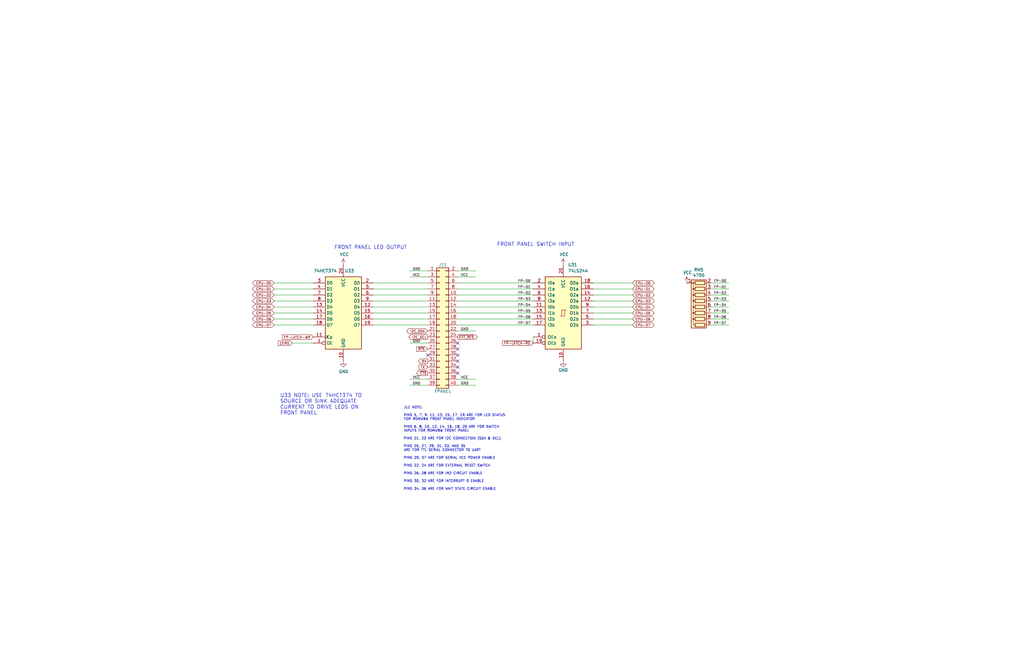
<source format=kicad_sch>
(kicad_sch (version 20211123) (generator eeschema)

  (uuid 2340b016-b90d-432d-884f-0e4647fe9b47)

  (paper "B")

  (title_block
    (title "DuoDyne 65816 CPU board")
    (date "2023-09-24")
    (rev "V0.76")
  )

  (lib_symbols
    (symbol "74xx:74HCT374" (in_bom yes) (on_board yes)
      (property "Reference" "U" (id 0) (at -7.62 16.51 0)
        (effects (font (size 1.27 1.27)))
      )
      (property "Value" "74HCT374" (id 1) (at -7.62 -16.51 0)
        (effects (font (size 1.27 1.27)))
      )
      (property "Footprint" "" (id 2) (at 0 0 0)
        (effects (font (size 1.27 1.27)) hide)
      )
      (property "Datasheet" "https://www.ti.com/lit/ds/symlink/cd74hct374.pdf" (id 3) (at 0 0 0)
        (effects (font (size 1.27 1.27)) hide)
      )
      (property "ki_keywords" "HCTMOS DFF DFF8 REG 3State" (id 4) (at 0 0 0)
        (effects (font (size 1.27 1.27)) hide)
      )
      (property "ki_description" "8-bit Register, 3-state outputs" (id 5) (at 0 0 0)
        (effects (font (size 1.27 1.27)) hide)
      )
      (property "ki_fp_filters" "DIP?20* SOIC?20* SO?20*" (id 6) (at 0 0 0)
        (effects (font (size 1.27 1.27)) hide)
      )
      (symbol "74HCT374_1_0"
        (pin input inverted (at -12.7 -12.7 0) (length 5.08)
          (name "OE" (effects (font (size 1.27 1.27))))
          (number "1" (effects (font (size 1.27 1.27))))
        )
        (pin power_in line (at 0 -20.32 90) (length 5.08)
          (name "GND" (effects (font (size 1.27 1.27))))
          (number "10" (effects (font (size 1.27 1.27))))
        )
        (pin input clock (at -12.7 -10.16 0) (length 5.08)
          (name "Cp" (effects (font (size 1.27 1.27))))
          (number "11" (effects (font (size 1.27 1.27))))
        )
        (pin tri_state line (at 12.7 2.54 180) (length 5.08)
          (name "O4" (effects (font (size 1.27 1.27))))
          (number "12" (effects (font (size 1.27 1.27))))
        )
        (pin input line (at -12.7 2.54 0) (length 5.08)
          (name "D4" (effects (font (size 1.27 1.27))))
          (number "13" (effects (font (size 1.27 1.27))))
        )
        (pin input line (at -12.7 0 0) (length 5.08)
          (name "D5" (effects (font (size 1.27 1.27))))
          (number "14" (effects (font (size 1.27 1.27))))
        )
        (pin tri_state line (at 12.7 0 180) (length 5.08)
          (name "O5" (effects (font (size 1.27 1.27))))
          (number "15" (effects (font (size 1.27 1.27))))
        )
        (pin tri_state line (at 12.7 -2.54 180) (length 5.08)
          (name "O6" (effects (font (size 1.27 1.27))))
          (number "16" (effects (font (size 1.27 1.27))))
        )
        (pin input line (at -12.7 -2.54 0) (length 5.08)
          (name "D6" (effects (font (size 1.27 1.27))))
          (number "17" (effects (font (size 1.27 1.27))))
        )
        (pin input line (at -12.7 -5.08 0) (length 5.08)
          (name "D7" (effects (font (size 1.27 1.27))))
          (number "18" (effects (font (size 1.27 1.27))))
        )
        (pin tri_state line (at 12.7 -5.08 180) (length 5.08)
          (name "O7" (effects (font (size 1.27 1.27))))
          (number "19" (effects (font (size 1.27 1.27))))
        )
        (pin tri_state line (at 12.7 12.7 180) (length 5.08)
          (name "O0" (effects (font (size 1.27 1.27))))
          (number "2" (effects (font (size 1.27 1.27))))
        )
        (pin power_in line (at 0 20.32 270) (length 5.08)
          (name "VCC" (effects (font (size 1.27 1.27))))
          (number "20" (effects (font (size 1.27 1.27))))
        )
        (pin input line (at -12.7 12.7 0) (length 5.08)
          (name "D0" (effects (font (size 1.27 1.27))))
          (number "3" (effects (font (size 1.27 1.27))))
        )
        (pin input line (at -12.7 10.16 0) (length 5.08)
          (name "D1" (effects (font (size 1.27 1.27))))
          (number "4" (effects (font (size 1.27 1.27))))
        )
        (pin tri_state line (at 12.7 10.16 180) (length 5.08)
          (name "O1" (effects (font (size 1.27 1.27))))
          (number "5" (effects (font (size 1.27 1.27))))
        )
        (pin tri_state line (at 12.7 7.62 180) (length 5.08)
          (name "O2" (effects (font (size 1.27 1.27))))
          (number "6" (effects (font (size 1.27 1.27))))
        )
        (pin input line (at -12.7 7.62 0) (length 5.08)
          (name "D2" (effects (font (size 1.27 1.27))))
          (number "7" (effects (font (size 1.27 1.27))))
        )
        (pin input line (at -12.7 5.08 0) (length 5.08)
          (name "D3" (effects (font (size 1.27 1.27))))
          (number "8" (effects (font (size 1.27 1.27))))
        )
        (pin tri_state line (at 12.7 5.08 180) (length 5.08)
          (name "O3" (effects (font (size 1.27 1.27))))
          (number "9" (effects (font (size 1.27 1.27))))
        )
      )
      (symbol "74HCT374_1_1"
        (rectangle (start -7.62 15.24) (end 7.62 -15.24)
          (stroke (width 0.254) (type default) (color 0 0 0 0))
          (fill (type background))
        )
      )
    )
    (symbol "74xx:74LS244" (pin_names (offset 1.016)) (in_bom yes) (on_board yes)
      (property "Reference" "U" (id 0) (at -7.62 16.51 0)
        (effects (font (size 1.27 1.27)))
      )
      (property "Value" "74LS244" (id 1) (at -7.62 -16.51 0)
        (effects (font (size 1.27 1.27)))
      )
      (property "Footprint" "" (id 2) (at 0 0 0)
        (effects (font (size 1.27 1.27)) hide)
      )
      (property "Datasheet" "http://www.ti.com/lit/ds/symlink/sn74ls244.pdf" (id 3) (at 0 0 0)
        (effects (font (size 1.27 1.27)) hide)
      )
      (property "ki_keywords" "7400 logic ttl low power schottky" (id 4) (at 0 0 0)
        (effects (font (size 1.27 1.27)) hide)
      )
      (property "ki_description" "Octal Buffer and Line Driver With 3-State Output, active-low enables, non-inverting outputs" (id 5) (at 0 0 0)
        (effects (font (size 1.27 1.27)) hide)
      )
      (property "ki_fp_filters" "DIP?20*" (id 6) (at 0 0 0)
        (effects (font (size 1.27 1.27)) hide)
      )
      (symbol "74LS244_1_0"
        (polyline
          (pts
            (xy -0.635 -1.27)
            (xy -0.635 1.27)
            (xy 0.635 1.27)
          )
          (stroke (width 0) (type default) (color 0 0 0 0))
          (fill (type none))
        )
        (polyline
          (pts
            (xy -1.27 -1.27)
            (xy 0.635 -1.27)
            (xy 0.635 1.27)
            (xy 1.27 1.27)
          )
          (stroke (width 0) (type default) (color 0 0 0 0))
          (fill (type none))
        )
        (pin input inverted (at -12.7 -10.16 0) (length 5.08)
          (name "OEa" (effects (font (size 1.27 1.27))))
          (number "1" (effects (font (size 1.27 1.27))))
        )
        (pin power_in line (at 0 -20.32 90) (length 5.08)
          (name "GND" (effects (font (size 1.27 1.27))))
          (number "10" (effects (font (size 1.27 1.27))))
        )
        (pin input line (at -12.7 2.54 0) (length 5.08)
          (name "I0b" (effects (font (size 1.27 1.27))))
          (number "11" (effects (font (size 1.27 1.27))))
        )
        (pin tri_state line (at 12.7 5.08 180) (length 5.08)
          (name "O3a" (effects (font (size 1.27 1.27))))
          (number "12" (effects (font (size 1.27 1.27))))
        )
        (pin input line (at -12.7 0 0) (length 5.08)
          (name "I1b" (effects (font (size 1.27 1.27))))
          (number "13" (effects (font (size 1.27 1.27))))
        )
        (pin tri_state line (at 12.7 7.62 180) (length 5.08)
          (name "O2a" (effects (font (size 1.27 1.27))))
          (number "14" (effects (font (size 1.27 1.27))))
        )
        (pin input line (at -12.7 -2.54 0) (length 5.08)
          (name "I2b" (effects (font (size 1.27 1.27))))
          (number "15" (effects (font (size 1.27 1.27))))
        )
        (pin tri_state line (at 12.7 10.16 180) (length 5.08)
          (name "O1a" (effects (font (size 1.27 1.27))))
          (number "16" (effects (font (size 1.27 1.27))))
        )
        (pin input line (at -12.7 -5.08 0) (length 5.08)
          (name "I3b" (effects (font (size 1.27 1.27))))
          (number "17" (effects (font (size 1.27 1.27))))
        )
        (pin tri_state line (at 12.7 12.7 180) (length 5.08)
          (name "O0a" (effects (font (size 1.27 1.27))))
          (number "18" (effects (font (size 1.27 1.27))))
        )
        (pin input inverted (at -12.7 -12.7 0) (length 5.08)
          (name "OEb" (effects (font (size 1.27 1.27))))
          (number "19" (effects (font (size 1.27 1.27))))
        )
        (pin input line (at -12.7 12.7 0) (length 5.08)
          (name "I0a" (effects (font (size 1.27 1.27))))
          (number "2" (effects (font (size 1.27 1.27))))
        )
        (pin power_in line (at 0 20.32 270) (length 5.08)
          (name "VCC" (effects (font (size 1.27 1.27))))
          (number "20" (effects (font (size 1.27 1.27))))
        )
        (pin tri_state line (at 12.7 -5.08 180) (length 5.08)
          (name "O3b" (effects (font (size 1.27 1.27))))
          (number "3" (effects (font (size 1.27 1.27))))
        )
        (pin input line (at -12.7 10.16 0) (length 5.08)
          (name "I1a" (effects (font (size 1.27 1.27))))
          (number "4" (effects (font (size 1.27 1.27))))
        )
        (pin tri_state line (at 12.7 -2.54 180) (length 5.08)
          (name "O2b" (effects (font (size 1.27 1.27))))
          (number "5" (effects (font (size 1.27 1.27))))
        )
        (pin input line (at -12.7 7.62 0) (length 5.08)
          (name "I2a" (effects (font (size 1.27 1.27))))
          (number "6" (effects (font (size 1.27 1.27))))
        )
        (pin tri_state line (at 12.7 0 180) (length 5.08)
          (name "O1b" (effects (font (size 1.27 1.27))))
          (number "7" (effects (font (size 1.27 1.27))))
        )
        (pin input line (at -12.7 5.08 0) (length 5.08)
          (name "I3a" (effects (font (size 1.27 1.27))))
          (number "8" (effects (font (size 1.27 1.27))))
        )
        (pin tri_state line (at 12.7 2.54 180) (length 5.08)
          (name "O0b" (effects (font (size 1.27 1.27))))
          (number "9" (effects (font (size 1.27 1.27))))
        )
      )
      (symbol "74LS244_1_1"
        (rectangle (start -7.62 15.24) (end 7.62 -15.24)
          (stroke (width 0.254) (type default) (color 0 0 0 0))
          (fill (type background))
        )
      )
    )
    (symbol "Connector_Generic:Conn_02x20_Odd_Even" (pin_names (offset 1.016) hide) (in_bom yes) (on_board yes)
      (property "Reference" "J" (id 0) (at 1.27 25.4 0)
        (effects (font (size 1.27 1.27)))
      )
      (property "Value" "Conn_02x20_Odd_Even" (id 1) (at 1.27 -27.94 0)
        (effects (font (size 1.27 1.27)))
      )
      (property "Footprint" "" (id 2) (at 0 0 0)
        (effects (font (size 1.27 1.27)) hide)
      )
      (property "Datasheet" "~" (id 3) (at 0 0 0)
        (effects (font (size 1.27 1.27)) hide)
      )
      (property "ki_keywords" "connector" (id 4) (at 0 0 0)
        (effects (font (size 1.27 1.27)) hide)
      )
      (property "ki_description" "Generic connector, double row, 02x20, odd/even pin numbering scheme (row 1 odd numbers, row 2 even numbers), script generated (kicad-library-utils/schlib/autogen/connector/)" (id 5) (at 0 0 0)
        (effects (font (size 1.27 1.27)) hide)
      )
      (property "ki_fp_filters" "Connector*:*_2x??_*" (id 6) (at 0 0 0)
        (effects (font (size 1.27 1.27)) hide)
      )
      (symbol "Conn_02x20_Odd_Even_1_1"
        (rectangle (start -1.27 -25.273) (end 0 -25.527)
          (stroke (width 0.1524) (type default) (color 0 0 0 0))
          (fill (type none))
        )
        (rectangle (start -1.27 -22.733) (end 0 -22.987)
          (stroke (width 0.1524) (type default) (color 0 0 0 0))
          (fill (type none))
        )
        (rectangle (start -1.27 -20.193) (end 0 -20.447)
          (stroke (width 0.1524) (type default) (color 0 0 0 0))
          (fill (type none))
        )
        (rectangle (start -1.27 -17.653) (end 0 -17.907)
          (stroke (width 0.1524) (type default) (color 0 0 0 0))
          (fill (type none))
        )
        (rectangle (start -1.27 -15.113) (end 0 -15.367)
          (stroke (width 0.1524) (type default) (color 0 0 0 0))
          (fill (type none))
        )
        (rectangle (start -1.27 -12.573) (end 0 -12.827)
          (stroke (width 0.1524) (type default) (color 0 0 0 0))
          (fill (type none))
        )
        (rectangle (start -1.27 -10.033) (end 0 -10.287)
          (stroke (width 0.1524) (type default) (color 0 0 0 0))
          (fill (type none))
        )
        (rectangle (start -1.27 -7.493) (end 0 -7.747)
          (stroke (width 0.1524) (type default) (color 0 0 0 0))
          (fill (type none))
        )
        (rectangle (start -1.27 -4.953) (end 0 -5.207)
          (stroke (width 0.1524) (type default) (color 0 0 0 0))
          (fill (type none))
        )
        (rectangle (start -1.27 -2.413) (end 0 -2.667)
          (stroke (width 0.1524) (type default) (color 0 0 0 0))
          (fill (type none))
        )
        (rectangle (start -1.27 0.127) (end 0 -0.127)
          (stroke (width 0.1524) (type default) (color 0 0 0 0))
          (fill (type none))
        )
        (rectangle (start -1.27 2.667) (end 0 2.413)
          (stroke (width 0.1524) (type default) (color 0 0 0 0))
          (fill (type none))
        )
        (rectangle (start -1.27 5.207) (end 0 4.953)
          (stroke (width 0.1524) (type default) (color 0 0 0 0))
          (fill (type none))
        )
        (rectangle (start -1.27 7.747) (end 0 7.493)
          (stroke (width 0.1524) (type default) (color 0 0 0 0))
          (fill (type none))
        )
        (rectangle (start -1.27 10.287) (end 0 10.033)
          (stroke (width 0.1524) (type default) (color 0 0 0 0))
          (fill (type none))
        )
        (rectangle (start -1.27 12.827) (end 0 12.573)
          (stroke (width 0.1524) (type default) (color 0 0 0 0))
          (fill (type none))
        )
        (rectangle (start -1.27 15.367) (end 0 15.113)
          (stroke (width 0.1524) (type default) (color 0 0 0 0))
          (fill (type none))
        )
        (rectangle (start -1.27 17.907) (end 0 17.653)
          (stroke (width 0.1524) (type default) (color 0 0 0 0))
          (fill (type none))
        )
        (rectangle (start -1.27 20.447) (end 0 20.193)
          (stroke (width 0.1524) (type default) (color 0 0 0 0))
          (fill (type none))
        )
        (rectangle (start -1.27 22.987) (end 0 22.733)
          (stroke (width 0.1524) (type default) (color 0 0 0 0))
          (fill (type none))
        )
        (rectangle (start -1.27 24.13) (end 3.81 -26.67)
          (stroke (width 0.254) (type default) (color 0 0 0 0))
          (fill (type background))
        )
        (rectangle (start 3.81 -25.273) (end 2.54 -25.527)
          (stroke (width 0.1524) (type default) (color 0 0 0 0))
          (fill (type none))
        )
        (rectangle (start 3.81 -22.733) (end 2.54 -22.987)
          (stroke (width 0.1524) (type default) (color 0 0 0 0))
          (fill (type none))
        )
        (rectangle (start 3.81 -20.193) (end 2.54 -20.447)
          (stroke (width 0.1524) (type default) (color 0 0 0 0))
          (fill (type none))
        )
        (rectangle (start 3.81 -17.653) (end 2.54 -17.907)
          (stroke (width 0.1524) (type default) (color 0 0 0 0))
          (fill (type none))
        )
        (rectangle (start 3.81 -15.113) (end 2.54 -15.367)
          (stroke (width 0.1524) (type default) (color 0 0 0 0))
          (fill (type none))
        )
        (rectangle (start 3.81 -12.573) (end 2.54 -12.827)
          (stroke (width 0.1524) (type default) (color 0 0 0 0))
          (fill (type none))
        )
        (rectangle (start 3.81 -10.033) (end 2.54 -10.287)
          (stroke (width 0.1524) (type default) (color 0 0 0 0))
          (fill (type none))
        )
        (rectangle (start 3.81 -7.493) (end 2.54 -7.747)
          (stroke (width 0.1524) (type default) (color 0 0 0 0))
          (fill (type none))
        )
        (rectangle (start 3.81 -4.953) (end 2.54 -5.207)
          (stroke (width 0.1524) (type default) (color 0 0 0 0))
          (fill (type none))
        )
        (rectangle (start 3.81 -2.413) (end 2.54 -2.667)
          (stroke (width 0.1524) (type default) (color 0 0 0 0))
          (fill (type none))
        )
        (rectangle (start 3.81 0.127) (end 2.54 -0.127)
          (stroke (width 0.1524) (type default) (color 0 0 0 0))
          (fill (type none))
        )
        (rectangle (start 3.81 2.667) (end 2.54 2.413)
          (stroke (width 0.1524) (type default) (color 0 0 0 0))
          (fill (type none))
        )
        (rectangle (start 3.81 5.207) (end 2.54 4.953)
          (stroke (width 0.1524) (type default) (color 0 0 0 0))
          (fill (type none))
        )
        (rectangle (start 3.81 7.747) (end 2.54 7.493)
          (stroke (width 0.1524) (type default) (color 0 0 0 0))
          (fill (type none))
        )
        (rectangle (start 3.81 10.287) (end 2.54 10.033)
          (stroke (width 0.1524) (type default) (color 0 0 0 0))
          (fill (type none))
        )
        (rectangle (start 3.81 12.827) (end 2.54 12.573)
          (stroke (width 0.1524) (type default) (color 0 0 0 0))
          (fill (type none))
        )
        (rectangle (start 3.81 15.367) (end 2.54 15.113)
          (stroke (width 0.1524) (type default) (color 0 0 0 0))
          (fill (type none))
        )
        (rectangle (start 3.81 17.907) (end 2.54 17.653)
          (stroke (width 0.1524) (type default) (color 0 0 0 0))
          (fill (type none))
        )
        (rectangle (start 3.81 20.447) (end 2.54 20.193)
          (stroke (width 0.1524) (type default) (color 0 0 0 0))
          (fill (type none))
        )
        (rectangle (start 3.81 22.987) (end 2.54 22.733)
          (stroke (width 0.1524) (type default) (color 0 0 0 0))
          (fill (type none))
        )
        (pin passive line (at -5.08 22.86 0) (length 3.81)
          (name "Pin_1" (effects (font (size 1.27 1.27))))
          (number "1" (effects (font (size 1.27 1.27))))
        )
        (pin passive line (at 7.62 12.7 180) (length 3.81)
          (name "Pin_10" (effects (font (size 1.27 1.27))))
          (number "10" (effects (font (size 1.27 1.27))))
        )
        (pin passive line (at -5.08 10.16 0) (length 3.81)
          (name "Pin_11" (effects (font (size 1.27 1.27))))
          (number "11" (effects (font (size 1.27 1.27))))
        )
        (pin passive line (at 7.62 10.16 180) (length 3.81)
          (name "Pin_12" (effects (font (size 1.27 1.27))))
          (number "12" (effects (font (size 1.27 1.27))))
        )
        (pin passive line (at -5.08 7.62 0) (length 3.81)
          (name "Pin_13" (effects (font (size 1.27 1.27))))
          (number "13" (effects (font (size 1.27 1.27))))
        )
        (pin passive line (at 7.62 7.62 180) (length 3.81)
          (name "Pin_14" (effects (font (size 1.27 1.27))))
          (number "14" (effects (font (size 1.27 1.27))))
        )
        (pin passive line (at -5.08 5.08 0) (length 3.81)
          (name "Pin_15" (effects (font (size 1.27 1.27))))
          (number "15" (effects (font (size 1.27 1.27))))
        )
        (pin passive line (at 7.62 5.08 180) (length 3.81)
          (name "Pin_16" (effects (font (size 1.27 1.27))))
          (number "16" (effects (font (size 1.27 1.27))))
        )
        (pin passive line (at -5.08 2.54 0) (length 3.81)
          (name "Pin_17" (effects (font (size 1.27 1.27))))
          (number "17" (effects (font (size 1.27 1.27))))
        )
        (pin passive line (at 7.62 2.54 180) (length 3.81)
          (name "Pin_18" (effects (font (size 1.27 1.27))))
          (number "18" (effects (font (size 1.27 1.27))))
        )
        (pin passive line (at -5.08 0 0) (length 3.81)
          (name "Pin_19" (effects (font (size 1.27 1.27))))
          (number "19" (effects (font (size 1.27 1.27))))
        )
        (pin passive line (at 7.62 22.86 180) (length 3.81)
          (name "Pin_2" (effects (font (size 1.27 1.27))))
          (number "2" (effects (font (size 1.27 1.27))))
        )
        (pin passive line (at 7.62 0 180) (length 3.81)
          (name "Pin_20" (effects (font (size 1.27 1.27))))
          (number "20" (effects (font (size 1.27 1.27))))
        )
        (pin passive line (at -5.08 -2.54 0) (length 3.81)
          (name "Pin_21" (effects (font (size 1.27 1.27))))
          (number "21" (effects (font (size 1.27 1.27))))
        )
        (pin passive line (at 7.62 -2.54 180) (length 3.81)
          (name "Pin_22" (effects (font (size 1.27 1.27))))
          (number "22" (effects (font (size 1.27 1.27))))
        )
        (pin passive line (at -5.08 -5.08 0) (length 3.81)
          (name "Pin_23" (effects (font (size 1.27 1.27))))
          (number "23" (effects (font (size 1.27 1.27))))
        )
        (pin passive line (at 7.62 -5.08 180) (length 3.81)
          (name "Pin_24" (effects (font (size 1.27 1.27))))
          (number "24" (effects (font (size 1.27 1.27))))
        )
        (pin passive line (at -5.08 -7.62 0) (length 3.81)
          (name "Pin_25" (effects (font (size 1.27 1.27))))
          (number "25" (effects (font (size 1.27 1.27))))
        )
        (pin passive line (at 7.62 -7.62 180) (length 3.81)
          (name "Pin_26" (effects (font (size 1.27 1.27))))
          (number "26" (effects (font (size 1.27 1.27))))
        )
        (pin passive line (at -5.08 -10.16 0) (length 3.81)
          (name "Pin_27" (effects (font (size 1.27 1.27))))
          (number "27" (effects (font (size 1.27 1.27))))
        )
        (pin passive line (at 7.62 -10.16 180) (length 3.81)
          (name "Pin_28" (effects (font (size 1.27 1.27))))
          (number "28" (effects (font (size 1.27 1.27))))
        )
        (pin passive line (at -5.08 -12.7 0) (length 3.81)
          (name "Pin_29" (effects (font (size 1.27 1.27))))
          (number "29" (effects (font (size 1.27 1.27))))
        )
        (pin passive line (at -5.08 20.32 0) (length 3.81)
          (name "Pin_3" (effects (font (size 1.27 1.27))))
          (number "3" (effects (font (size 1.27 1.27))))
        )
        (pin passive line (at 7.62 -12.7 180) (length 3.81)
          (name "Pin_30" (effects (font (size 1.27 1.27))))
          (number "30" (effects (font (size 1.27 1.27))))
        )
        (pin passive line (at -5.08 -15.24 0) (length 3.81)
          (name "Pin_31" (effects (font (size 1.27 1.27))))
          (number "31" (effects (font (size 1.27 1.27))))
        )
        (pin passive line (at 7.62 -15.24 180) (length 3.81)
          (name "Pin_32" (effects (font (size 1.27 1.27))))
          (number "32" (effects (font (size 1.27 1.27))))
        )
        (pin passive line (at -5.08 -17.78 0) (length 3.81)
          (name "Pin_33" (effects (font (size 1.27 1.27))))
          (number "33" (effects (font (size 1.27 1.27))))
        )
        (pin passive line (at 7.62 -17.78 180) (length 3.81)
          (name "Pin_34" (effects (font (size 1.27 1.27))))
          (number "34" (effects (font (size 1.27 1.27))))
        )
        (pin passive line (at -5.08 -20.32 0) (length 3.81)
          (name "Pin_35" (effects (font (size 1.27 1.27))))
          (number "35" (effects (font (size 1.27 1.27))))
        )
        (pin passive line (at 7.62 -20.32 180) (length 3.81)
          (name "Pin_36" (effects (font (size 1.27 1.27))))
          (number "36" (effects (font (size 1.27 1.27))))
        )
        (pin passive line (at -5.08 -22.86 0) (length 3.81)
          (name "Pin_37" (effects (font (size 1.27 1.27))))
          (number "37" (effects (font (size 1.27 1.27))))
        )
        (pin passive line (at 7.62 -22.86 180) (length 3.81)
          (name "Pin_38" (effects (font (size 1.27 1.27))))
          (number "38" (effects (font (size 1.27 1.27))))
        )
        (pin passive line (at -5.08 -25.4 0) (length 3.81)
          (name "Pin_39" (effects (font (size 1.27 1.27))))
          (number "39" (effects (font (size 1.27 1.27))))
        )
        (pin passive line (at 7.62 20.32 180) (length 3.81)
          (name "Pin_4" (effects (font (size 1.27 1.27))))
          (number "4" (effects (font (size 1.27 1.27))))
        )
        (pin passive line (at 7.62 -25.4 180) (length 3.81)
          (name "Pin_40" (effects (font (size 1.27 1.27))))
          (number "40" (effects (font (size 1.27 1.27))))
        )
        (pin passive line (at -5.08 17.78 0) (length 3.81)
          (name "Pin_5" (effects (font (size 1.27 1.27))))
          (number "5" (effects (font (size 1.27 1.27))))
        )
        (pin passive line (at 7.62 17.78 180) (length 3.81)
          (name "Pin_6" (effects (font (size 1.27 1.27))))
          (number "6" (effects (font (size 1.27 1.27))))
        )
        (pin passive line (at -5.08 15.24 0) (length 3.81)
          (name "Pin_7" (effects (font (size 1.27 1.27))))
          (number "7" (effects (font (size 1.27 1.27))))
        )
        (pin passive line (at 7.62 15.24 180) (length 3.81)
          (name "Pin_8" (effects (font (size 1.27 1.27))))
          (number "8" (effects (font (size 1.27 1.27))))
        )
        (pin passive line (at -5.08 12.7 0) (length 3.81)
          (name "Pin_9" (effects (font (size 1.27 1.27))))
          (number "9" (effects (font (size 1.27 1.27))))
        )
      )
    )
    (symbol "Device:R_Network08" (pin_names (offset 0) hide) (in_bom yes) (on_board yes)
      (property "Reference" "RN" (id 0) (at -12.7 0 90)
        (effects (font (size 1.27 1.27)))
      )
      (property "Value" "R_Network08" (id 1) (at 10.16 0 90)
        (effects (font (size 1.27 1.27)))
      )
      (property "Footprint" "Resistor_THT:R_Array_SIP9" (id 2) (at 12.065 0 90)
        (effects (font (size 1.27 1.27)) hide)
      )
      (property "Datasheet" "http://www.vishay.com/docs/31509/csc.pdf" (id 3) (at 0 0 0)
        (effects (font (size 1.27 1.27)) hide)
      )
      (property "ki_keywords" "R network star-topology" (id 4) (at 0 0 0)
        (effects (font (size 1.27 1.27)) hide)
      )
      (property "ki_description" "8 resistor network, star topology, bussed resistors, small symbol" (id 5) (at 0 0 0)
        (effects (font (size 1.27 1.27)) hide)
      )
      (property "ki_fp_filters" "R?Array?SIP*" (id 6) (at 0 0 0)
        (effects (font (size 1.27 1.27)) hide)
      )
      (symbol "R_Network08_0_1"
        (rectangle (start -11.43 -3.175) (end 8.89 3.175)
          (stroke (width 0.254) (type default) (color 0 0 0 0))
          (fill (type background))
        )
        (rectangle (start -10.922 1.524) (end -9.398 -2.54)
          (stroke (width 0.254) (type default) (color 0 0 0 0))
          (fill (type none))
        )
        (circle (center -10.16 2.286) (radius 0.254)
          (stroke (width 0) (type default) (color 0 0 0 0))
          (fill (type outline))
        )
        (rectangle (start -8.382 1.524) (end -6.858 -2.54)
          (stroke (width 0.254) (type default) (color 0 0 0 0))
          (fill (type none))
        )
        (circle (center -7.62 2.286) (radius 0.254)
          (stroke (width 0) (type default) (color 0 0 0 0))
          (fill (type outline))
        )
        (rectangle (start -5.842 1.524) (end -4.318 -2.54)
          (stroke (width 0.254) (type default) (color 0 0 0 0))
          (fill (type none))
        )
        (circle (center -5.08 2.286) (radius 0.254)
          (stroke (width 0) (type default) (color 0 0 0 0))
          (fill (type outline))
        )
        (rectangle (start -3.302 1.524) (end -1.778 -2.54)
          (stroke (width 0.254) (type default) (color 0 0 0 0))
          (fill (type none))
        )
        (circle (center -2.54 2.286) (radius 0.254)
          (stroke (width 0) (type default) (color 0 0 0 0))
          (fill (type outline))
        )
        (rectangle (start -0.762 1.524) (end 0.762 -2.54)
          (stroke (width 0.254) (type default) (color 0 0 0 0))
          (fill (type none))
        )
        (polyline
          (pts
            (xy -10.16 -2.54)
            (xy -10.16 -3.81)
          )
          (stroke (width 0) (type default) (color 0 0 0 0))
          (fill (type none))
        )
        (polyline
          (pts
            (xy -7.62 -2.54)
            (xy -7.62 -3.81)
          )
          (stroke (width 0) (type default) (color 0 0 0 0))
          (fill (type none))
        )
        (polyline
          (pts
            (xy -5.08 -2.54)
            (xy -5.08 -3.81)
          )
          (stroke (width 0) (type default) (color 0 0 0 0))
          (fill (type none))
        )
        (polyline
          (pts
            (xy -2.54 -2.54)
            (xy -2.54 -3.81)
          )
          (stroke (width 0) (type default) (color 0 0 0 0))
          (fill (type none))
        )
        (polyline
          (pts
            (xy 0 -2.54)
            (xy 0 -3.81)
          )
          (stroke (width 0) (type default) (color 0 0 0 0))
          (fill (type none))
        )
        (polyline
          (pts
            (xy 2.54 -2.54)
            (xy 2.54 -3.81)
          )
          (stroke (width 0) (type default) (color 0 0 0 0))
          (fill (type none))
        )
        (polyline
          (pts
            (xy 5.08 -2.54)
            (xy 5.08 -3.81)
          )
          (stroke (width 0) (type default) (color 0 0 0 0))
          (fill (type none))
        )
        (polyline
          (pts
            (xy 7.62 -2.54)
            (xy 7.62 -3.81)
          )
          (stroke (width 0) (type default) (color 0 0 0 0))
          (fill (type none))
        )
        (polyline
          (pts
            (xy -10.16 1.524)
            (xy -10.16 2.286)
            (xy -7.62 2.286)
            (xy -7.62 1.524)
          )
          (stroke (width 0) (type default) (color 0 0 0 0))
          (fill (type none))
        )
        (polyline
          (pts
            (xy -7.62 1.524)
            (xy -7.62 2.286)
            (xy -5.08 2.286)
            (xy -5.08 1.524)
          )
          (stroke (width 0) (type default) (color 0 0 0 0))
          (fill (type none))
        )
        (polyline
          (pts
            (xy -5.08 1.524)
            (xy -5.08 2.286)
            (xy -2.54 2.286)
            (xy -2.54 1.524)
          )
          (stroke (width 0) (type default) (color 0 0 0 0))
          (fill (type none))
        )
        (polyline
          (pts
            (xy -2.54 1.524)
            (xy -2.54 2.286)
            (xy 0 2.286)
            (xy 0 1.524)
          )
          (stroke (width 0) (type default) (color 0 0 0 0))
          (fill (type none))
        )
        (polyline
          (pts
            (xy 0 1.524)
            (xy 0 2.286)
            (xy 2.54 2.286)
            (xy 2.54 1.524)
          )
          (stroke (width 0) (type default) (color 0 0 0 0))
          (fill (type none))
        )
        (polyline
          (pts
            (xy 2.54 1.524)
            (xy 2.54 2.286)
            (xy 5.08 2.286)
            (xy 5.08 1.524)
          )
          (stroke (width 0) (type default) (color 0 0 0 0))
          (fill (type none))
        )
        (polyline
          (pts
            (xy 5.08 1.524)
            (xy 5.08 2.286)
            (xy 7.62 2.286)
            (xy 7.62 1.524)
          )
          (stroke (width 0) (type default) (color 0 0 0 0))
          (fill (type none))
        )
        (circle (center 0 2.286) (radius 0.254)
          (stroke (width 0) (type default) (color 0 0 0 0))
          (fill (type outline))
        )
        (rectangle (start 1.778 1.524) (end 3.302 -2.54)
          (stroke (width 0.254) (type default) (color 0 0 0 0))
          (fill (type none))
        )
        (circle (center 2.54 2.286) (radius 0.254)
          (stroke (width 0) (type default) (color 0 0 0 0))
          (fill (type outline))
        )
        (rectangle (start 4.318 1.524) (end 5.842 -2.54)
          (stroke (width 0.254) (type default) (color 0 0 0 0))
          (fill (type none))
        )
        (circle (center 5.08 2.286) (radius 0.254)
          (stroke (width 0) (type default) (color 0 0 0 0))
          (fill (type outline))
        )
        (rectangle (start 6.858 1.524) (end 8.382 -2.54)
          (stroke (width 0.254) (type default) (color 0 0 0 0))
          (fill (type none))
        )
      )
      (symbol "R_Network08_1_1"
        (pin passive line (at -10.16 5.08 270) (length 2.54)
          (name "common" (effects (font (size 1.27 1.27))))
          (number "1" (effects (font (size 1.27 1.27))))
        )
        (pin passive line (at -10.16 -5.08 90) (length 1.27)
          (name "R1" (effects (font (size 1.27 1.27))))
          (number "2" (effects (font (size 1.27 1.27))))
        )
        (pin passive line (at -7.62 -5.08 90) (length 1.27)
          (name "R2" (effects (font (size 1.27 1.27))))
          (number "3" (effects (font (size 1.27 1.27))))
        )
        (pin passive line (at -5.08 -5.08 90) (length 1.27)
          (name "R3" (effects (font (size 1.27 1.27))))
          (number "4" (effects (font (size 1.27 1.27))))
        )
        (pin passive line (at -2.54 -5.08 90) (length 1.27)
          (name "R4" (effects (font (size 1.27 1.27))))
          (number "5" (effects (font (size 1.27 1.27))))
        )
        (pin passive line (at 0 -5.08 90) (length 1.27)
          (name "R5" (effects (font (size 1.27 1.27))))
          (number "6" (effects (font (size 1.27 1.27))))
        )
        (pin passive line (at 2.54 -5.08 90) (length 1.27)
          (name "R6" (effects (font (size 1.27 1.27))))
          (number "7" (effects (font (size 1.27 1.27))))
        )
        (pin passive line (at 5.08 -5.08 90) (length 1.27)
          (name "R7" (effects (font (size 1.27 1.27))))
          (number "8" (effects (font (size 1.27 1.27))))
        )
        (pin passive line (at 7.62 -5.08 90) (length 1.27)
          (name "R8" (effects (font (size 1.27 1.27))))
          (number "9" (effects (font (size 1.27 1.27))))
        )
      )
    )
    (symbol "power:GND" (power) (pin_names (offset 0)) (in_bom yes) (on_board yes)
      (property "Reference" "#PWR" (id 0) (at 0 -6.35 0)
        (effects (font (size 1.27 1.27)) hide)
      )
      (property "Value" "GND" (id 1) (at 0 -3.81 0)
        (effects (font (size 1.27 1.27)))
      )
      (property "Footprint" "" (id 2) (at 0 0 0)
        (effects (font (size 1.27 1.27)) hide)
      )
      (property "Datasheet" "" (id 3) (at 0 0 0)
        (effects (font (size 1.27 1.27)) hide)
      )
      (property "ki_keywords" "global power" (id 4) (at 0 0 0)
        (effects (font (size 1.27 1.27)) hide)
      )
      (property "ki_description" "Power symbol creates a global label with name \"GND\" , ground" (id 5) (at 0 0 0)
        (effects (font (size 1.27 1.27)) hide)
      )
      (symbol "GND_0_1"
        (polyline
          (pts
            (xy 0 0)
            (xy 0 -1.27)
            (xy 1.27 -1.27)
            (xy 0 -2.54)
            (xy -1.27 -1.27)
            (xy 0 -1.27)
          )
          (stroke (width 0) (type default) (color 0 0 0 0))
          (fill (type none))
        )
      )
      (symbol "GND_1_1"
        (pin power_in line (at 0 0 270) (length 0) hide
          (name "GND" (effects (font (size 1.27 1.27))))
          (number "1" (effects (font (size 1.27 1.27))))
        )
      )
    )
    (symbol "power:VCC" (power) (pin_names (offset 0)) (in_bom yes) (on_board yes)
      (property "Reference" "#PWR" (id 0) (at 0 -3.81 0)
        (effects (font (size 1.27 1.27)) hide)
      )
      (property "Value" "VCC" (id 1) (at 0 3.81 0)
        (effects (font (size 1.27 1.27)))
      )
      (property "Footprint" "" (id 2) (at 0 0 0)
        (effects (font (size 1.27 1.27)) hide)
      )
      (property "Datasheet" "" (id 3) (at 0 0 0)
        (effects (font (size 1.27 1.27)) hide)
      )
      (property "ki_keywords" "global power" (id 4) (at 0 0 0)
        (effects (font (size 1.27 1.27)) hide)
      )
      (property "ki_description" "Power symbol creates a global label with name \"VCC\"" (id 5) (at 0 0 0)
        (effects (font (size 1.27 1.27)) hide)
      )
      (symbol "VCC_0_1"
        (polyline
          (pts
            (xy -0.762 1.27)
            (xy 0 2.54)
          )
          (stroke (width 0) (type default) (color 0 0 0 0))
          (fill (type none))
        )
        (polyline
          (pts
            (xy 0 0)
            (xy 0 2.54)
          )
          (stroke (width 0) (type default) (color 0 0 0 0))
          (fill (type none))
        )
        (polyline
          (pts
            (xy 0 2.54)
            (xy 0.762 1.27)
          )
          (stroke (width 0) (type default) (color 0 0 0 0))
          (fill (type none))
        )
      )
      (symbol "VCC_1_1"
        (pin power_in line (at 0 0 90) (length 0) hide
          (name "VCC" (effects (font (size 1.27 1.27))))
          (number "1" (effects (font (size 1.27 1.27))))
        )
      )
    )
  )


  (no_connect (at 193.04 152.4) (uuid 6362be40-03ca-4c97-87c4-128438ce4086))
  (no_connect (at 193.04 144.78) (uuid 80bf7c4b-ee63-452d-afd4-230ef8ebc7b3))
  (no_connect (at 193.04 157.48) (uuid 8a18fef0-9983-4966-a101-6047987ff274))
  (no_connect (at 193.04 149.86) (uuid 92d124e1-c19f-4ae2-a760-a34d84c6affa))
  (no_connect (at 193.04 154.94) (uuid d376d138-b308-4b49-b963-96f04b3a4256))
  (no_connect (at 193.04 147.32) (uuid ea08fa61-0e51-47aa-9330-e592ffcf5b62))
  (no_connect (at 180.34 149.86) (uuid fb529eb9-24b7-4820-abb2-8728ff033d54))

  (wire (pts (xy 193.04 114.3) (xy 200.66 114.3))
    (stroke (width 0) (type default) (color 0 0 0 0))
    (uuid 00d5019e-dad5-438c-bb22-dc6eb57aead2)
  )
  (wire (pts (xy 115.57 127) (xy 132.08 127))
    (stroke (width 0) (type default) (color 0 0 0 0))
    (uuid 0190f522-686b-459e-92bd-09c57b9cbd93)
  )
  (wire (pts (xy 299.72 127) (xy 307.34 127))
    (stroke (width 0) (type default) (color 0 0 0 0))
    (uuid 027ef838-367d-479d-aa5b-59398e12def7)
  )
  (wire (pts (xy 299.72 129.54) (xy 307.34 129.54))
    (stroke (width 0) (type default) (color 0 0 0 0))
    (uuid 066126d0-78a4-4050-873d-8b2e2c8ca89b)
  )
  (wire (pts (xy 250.19 121.92) (xy 266.7 121.92))
    (stroke (width 0) (type default) (color 0 0 0 0))
    (uuid 0af714a7-c28b-4b28-9ae3-19ed7e503040)
  )
  (wire (pts (xy 193.04 121.92) (xy 224.79 121.92))
    (stroke (width 0) (type default) (color 0 0 0 0))
    (uuid 0d0282e6-d1dc-4beb-a644-bca4425abd40)
  )
  (wire (pts (xy 157.48 134.62) (xy 180.34 134.62))
    (stroke (width 0) (type default) (color 0 0 0 0))
    (uuid 0f45e4e1-08f0-421a-8bfe-37b29c6de6c9)
  )
  (wire (pts (xy 115.57 134.62) (xy 132.08 134.62))
    (stroke (width 0) (type default) (color 0 0 0 0))
    (uuid 1512ccb7-32ae-406a-b12a-b847cd59eaa2)
  )
  (wire (pts (xy 193.04 124.46) (xy 224.79 124.46))
    (stroke (width 0) (type default) (color 0 0 0 0))
    (uuid 16d725b1-5c33-46d3-9b29-8cf402afdb8d)
  )
  (wire (pts (xy 224.79 142.24) (xy 224.79 144.78))
    (stroke (width 0) (type default) (color 0 0 0 0))
    (uuid 25922ea1-f77b-420a-a8d6-e27c37e14614)
  )
  (wire (pts (xy 172.72 160.02) (xy 180.34 160.02))
    (stroke (width 0) (type default) (color 0 0 0 0))
    (uuid 25995916-0065-42cc-92c1-21882e1d6aad)
  )
  (wire (pts (xy 172.72 162.56) (xy 180.34 162.56))
    (stroke (width 0) (type default) (color 0 0 0 0))
    (uuid 270506b0-0761-4803-a9db-92d4eabb999e)
  )
  (wire (pts (xy 172.72 114.3) (xy 180.34 114.3))
    (stroke (width 0) (type default) (color 0 0 0 0))
    (uuid 29cdba36-d177-44b0-9e3d-96ecc1d7f050)
  )
  (wire (pts (xy 193.04 119.38) (xy 224.79 119.38))
    (stroke (width 0) (type default) (color 0 0 0 0))
    (uuid 2fbcb071-663f-43a0-b237-df851233cff0)
  )
  (wire (pts (xy 193.04 160.02) (xy 200.66 160.02))
    (stroke (width 0) (type default) (color 0 0 0 0))
    (uuid 35fc9345-531c-4712-a784-e1d4f043afe8)
  )
  (wire (pts (xy 250.19 124.46) (xy 266.7 124.46))
    (stroke (width 0) (type default) (color 0 0 0 0))
    (uuid 41cf4a52-64a7-4fc1-bb0b-db7e8c0d116d)
  )
  (wire (pts (xy 115.57 129.54) (xy 132.08 129.54))
    (stroke (width 0) (type default) (color 0 0 0 0))
    (uuid 4219d084-5b28-4699-b4ee-568e7d81b6e7)
  )
  (wire (pts (xy 250.19 129.54) (xy 266.7 129.54))
    (stroke (width 0) (type default) (color 0 0 0 0))
    (uuid 4826ffbd-0005-4330-869e-6a169d2643c8)
  )
  (wire (pts (xy 172.72 144.78) (xy 180.34 144.78))
    (stroke (width 0) (type default) (color 0 0 0 0))
    (uuid 4d8265f0-54c5-4f83-a005-d547f7d54087)
  )
  (wire (pts (xy 193.04 116.84) (xy 200.66 116.84))
    (stroke (width 0) (type default) (color 0 0 0 0))
    (uuid 4eb56db1-0d96-451e-96cc-1271dfcb2862)
  )
  (wire (pts (xy 172.72 116.84) (xy 180.34 116.84))
    (stroke (width 0) (type default) (color 0 0 0 0))
    (uuid 516a8c44-f0b5-4ec9-86e3-0eb0111d8944)
  )
  (wire (pts (xy 193.04 129.54) (xy 224.79 129.54))
    (stroke (width 0) (type default) (color 0 0 0 0))
    (uuid 51aab73e-b386-4bfd-a80a-cc39628b7afe)
  )
  (wire (pts (xy 299.72 132.08) (xy 307.34 132.08))
    (stroke (width 0) (type default) (color 0 0 0 0))
    (uuid 54ea0198-81fc-4b89-9e97-3198c97e5c4c)
  )
  (wire (pts (xy 193.04 132.08) (xy 224.79 132.08))
    (stroke (width 0) (type default) (color 0 0 0 0))
    (uuid 54ea13fe-362f-4e00-99be-f263d30a1f58)
  )
  (wire (pts (xy 115.57 124.46) (xy 132.08 124.46))
    (stroke (width 0) (type default) (color 0 0 0 0))
    (uuid 5663125d-1cfb-434a-bd29-79fbc12f644b)
  )
  (wire (pts (xy 157.48 137.16) (xy 180.34 137.16))
    (stroke (width 0) (type default) (color 0 0 0 0))
    (uuid 5b5dfd9b-0921-40d8-b309-431876db89f6)
  )
  (wire (pts (xy 299.72 134.62) (xy 307.34 134.62))
    (stroke (width 0) (type default) (color 0 0 0 0))
    (uuid 5eef0489-43ca-40e7-b7cc-35ce14f83279)
  )
  (wire (pts (xy 193.04 137.16) (xy 224.79 137.16))
    (stroke (width 0) (type default) (color 0 0 0 0))
    (uuid 68118f57-080b-433e-86fa-f22123926d6a)
  )
  (wire (pts (xy 157.48 124.46) (xy 180.34 124.46))
    (stroke (width 0) (type default) (color 0 0 0 0))
    (uuid 6eaa2135-ea16-4c3d-8cf4-4d0411a1fc39)
  )
  (wire (pts (xy 250.19 127) (xy 266.7 127))
    (stroke (width 0) (type default) (color 0 0 0 0))
    (uuid 72c0e8e0-03d7-48a3-ab4e-8329c756fdb7)
  )
  (wire (pts (xy 250.19 119.38) (xy 266.7 119.38))
    (stroke (width 0) (type default) (color 0 0 0 0))
    (uuid 7d1ea3fb-9eb7-4106-acce-cdf90779806e)
  )
  (wire (pts (xy 157.48 121.92) (xy 180.34 121.92))
    (stroke (width 0) (type default) (color 0 0 0 0))
    (uuid 838e3173-70dd-442f-a807-c4fc2d6ffd57)
  )
  (wire (pts (xy 157.48 129.54) (xy 180.34 129.54))
    (stroke (width 0) (type default) (color 0 0 0 0))
    (uuid 85dffa98-84eb-4e27-b7bf-20ac28163444)
  )
  (wire (pts (xy 299.72 137.16) (xy 307.34 137.16))
    (stroke (width 0) (type default) (color 0 0 0 0))
    (uuid 891ecf78-4180-411f-a535-2845b1a36e90)
  )
  (wire (pts (xy 115.57 119.38) (xy 132.08 119.38))
    (stroke (width 0) (type default) (color 0 0 0 0))
    (uuid 90fca627-dcab-4d23-9641-8c2aaabbfd69)
  )
  (wire (pts (xy 193.04 162.56) (xy 200.66 162.56))
    (stroke (width 0) (type default) (color 0 0 0 0))
    (uuid 92656fe1-604a-4841-acf6-b33987f829b9)
  )
  (wire (pts (xy 193.04 139.7) (xy 200.66 139.7))
    (stroke (width 0) (type default) (color 0 0 0 0))
    (uuid 92c44ce9-a483-4f68-91a3-6a2f217732ca)
  )
  (wire (pts (xy 115.57 132.08) (xy 132.08 132.08))
    (stroke (width 0) (type default) (color 0 0 0 0))
    (uuid 944126e7-c2e7-472c-931c-17fdf591c55b)
  )
  (wire (pts (xy 250.19 137.16) (xy 266.7 137.16))
    (stroke (width 0) (type default) (color 0 0 0 0))
    (uuid 958a28aa-9825-49b7-8c55-e09e896fa0bb)
  )
  (wire (pts (xy 115.57 137.16) (xy 132.08 137.16))
    (stroke (width 0) (type default) (color 0 0 0 0))
    (uuid a072e497-c901-492a-8ff7-2f49c33626eb)
  )
  (wire (pts (xy 193.04 134.62) (xy 224.79 134.62))
    (stroke (width 0) (type default) (color 0 0 0 0))
    (uuid ae79ca9d-00bc-4e10-adea-ae7907b54da0)
  )
  (wire (pts (xy 193.04 127) (xy 224.79 127))
    (stroke (width 0) (type default) (color 0 0 0 0))
    (uuid b46d8eaf-6372-4b97-b140-5e72c822ab47)
  )
  (wire (pts (xy 299.72 119.38) (xy 307.34 119.38))
    (stroke (width 0) (type default) (color 0 0 0 0))
    (uuid c0835ef4-23b1-4c61-93d1-a401d339c925)
  )
  (wire (pts (xy 157.48 127) (xy 180.34 127))
    (stroke (width 0) (type default) (color 0 0 0 0))
    (uuid ca8684f1-43f6-447f-989a-b9ba0417d005)
  )
  (wire (pts (xy 299.72 121.92) (xy 307.34 121.92))
    (stroke (width 0) (type default) (color 0 0 0 0))
    (uuid d1a9432f-7961-4ec0-8f7e-c14b1f041684)
  )
  (wire (pts (xy 157.48 119.38) (xy 180.34 119.38))
    (stroke (width 0) (type default) (color 0 0 0 0))
    (uuid e976bd26-76c4-4855-9c68-68c0cf051a40)
  )
  (wire (pts (xy 250.19 132.08) (xy 266.7 132.08))
    (stroke (width 0) (type default) (color 0 0 0 0))
    (uuid e9bf94ab-5649-4325-8901-3249f4467c02)
  )
  (wire (pts (xy 157.48 132.08) (xy 180.34 132.08))
    (stroke (width 0) (type default) (color 0 0 0 0))
    (uuid f094bb59-755e-4e21-9015-c0a04e51a31b)
  )
  (wire (pts (xy 299.72 124.46) (xy 307.34 124.46))
    (stroke (width 0) (type default) (color 0 0 0 0))
    (uuid f1d39bfa-61ce-4384-8e09-11334db53049)
  )
  (wire (pts (xy 115.57 121.92) (xy 132.08 121.92))
    (stroke (width 0) (type default) (color 0 0 0 0))
    (uuid f44398af-b975-4c9e-9df0-04431d70a9b2)
  )
  (wire (pts (xy 123.19 144.78) (xy 132.08 144.78))
    (stroke (width 0) (type default) (color 0 0 0 0))
    (uuid f73c6fca-4c6a-4d37-90d8-531a4d54e504)
  )
  (wire (pts (xy 250.19 134.62) (xy 266.7 134.62))
    (stroke (width 0) (type default) (color 0 0 0 0))
    (uuid fcb27c3f-60d3-4156-91be-542910d9f3ad)
  )

  (text "J11 NOTE: \n\nPINS 5, 7, 9, 11, 13, 15, 17, 19 ARE FOR LED STATUS\nFOR ROMWBW FRONT PANEL INDICATOR\n\nPINS 6, 8, 10, 12, 14, 16, 18, 20 ARE FOR SWITCH\nINPUTS FOR ROMWBW FRONT PANEL\n\nPINS 21, 23 ARE FOR I2C CONNECTION (SDA & SCL)\n\nPINS 25, 27, 29, 31, 33, AND 35\nARE FOR TTL SERIAL CONNECTOR TO UART\n\nPINS 29, 37 ARE FOR SERIAL VCC POWER ENABLE\n\nPINS 22, 24 ARE FOR EXTERNAL RESET SWITCH\n\nPINS 26, 28 ARE FOR IM2 CIRCUIT ENABLE\n\nPINS 30, 32 ARE FOR INTERRUPT 0 ENABLE\n\nPINS 34, 36 ARE FOR WAIT STATE CIRCUIT ENABLE"
    (at 170.18 207.01 0)
    (effects (font (size 1.016 1.016)) (justify left bottom))
    (uuid 4159996a-ac97-46ed-86d6-46c2cbe767fc)
  )
  (text "U33 NOTE: USE 74HCT374 TO\nSOURCE OR SINK ADEQUATE\nCURRENT TO DRIVE LEDS ON\nFRONT PANEL"
    (at 118.11 175.26 0)
    (effects (font (size 1.524 1.524)) (justify left bottom))
    (uuid 7068bd14-5954-4fd3-a3e8-938a75e0640e)
  )
  (text "FRONT PANEL SWITCH INPUT" (at 209.55 104.14 0)
    (effects (font (size 1.524 1.524)) (justify left bottom))
    (uuid a1446f79-1bfc-478d-8c0b-4b70723a34b5)
  )
  (text "FRONT PANEL LED OUTPUT" (at 140.97 105.41 0)
    (effects (font (size 1.524 1.524)) (justify left bottom))
    (uuid fac9108c-88bc-449c-a39d-f3405a05b530)
  )

  (label "FP-D4" (at 300.99 129.54 0)
    (effects (font (size 1.016 1.016)) (justify left bottom))
    (uuid 0cf3a87b-6305-47e2-a51a-6810c59124d2)
  )
  (label "FP-D6" (at 218.44 134.62 0)
    (effects (font (size 1.016 1.016)) (justify left bottom))
    (uuid 20d6afec-2435-4c10-9e4a-2345fffdcb1b)
  )
  (label "GND" (at 194.31 139.7 0)
    (effects (font (size 1.016 1.016)) (justify left bottom))
    (uuid 2102942e-957b-4033-ad13-204cb9b29c16)
  )
  (label "GND" (at 194.31 114.3 0)
    (effects (font (size 1.016 1.016)) (justify left bottom))
    (uuid 2e13ffc9-4bdf-405c-842d-805d02fe234b)
  )
  (label "GND" (at 173.99 162.56 0)
    (effects (font (size 1.016 1.016)) (justify left bottom))
    (uuid 591158ff-7a8b-425b-a5f6-3c113fdc415b)
  )
  (label "VCC" (at 194.31 160.02 0)
    (effects (font (size 1.016 1.016)) (justify left bottom))
    (uuid 6cc4e907-fd8c-41cc-9732-992e16cd18ea)
  )
  (label "VCC" (at 173.99 160.02 0)
    (effects (font (size 1.016 1.016)) (justify left bottom))
    (uuid 77b0627f-a4bd-4090-a9af-5d9ab68a4836)
  )
  (label "FP-D0" (at 218.44 119.38 0)
    (effects (font (size 1.016 1.016)) (justify left bottom))
    (uuid 78d6b790-497c-4ac6-a3ff-14914474b572)
  )
  (label "FP-D1" (at 300.99 121.92 0)
    (effects (font (size 1.016 1.016)) (justify left bottom))
    (uuid 7ece53d3-7464-4042-b87f-4591e22b6ede)
  )
  (label "VCC" (at 194.31 116.84 0)
    (effects (font (size 1.016 1.016)) (justify left bottom))
    (uuid 80b6d99e-d53b-424e-b232-f2d1d89238c4)
  )
  (label "FP-D1" (at 218.44 121.92 0)
    (effects (font (size 1.016 1.016)) (justify left bottom))
    (uuid 8f9e8088-6114-432b-8ae7-d318c6f57dca)
  )
  (label "FP-D2" (at 218.44 124.46 0)
    (effects (font (size 1.016 1.016)) (justify left bottom))
    (uuid 9e05ba35-45af-46dd-b499-c7f7091d5c60)
  )
  (label "FP-D5" (at 218.44 132.08 0)
    (effects (font (size 1.016 1.016)) (justify left bottom))
    (uuid a24f6b80-2a03-441b-a9da-a4c84c16fb59)
  )
  (label "FP-D7" (at 300.99 137.16 0)
    (effects (font (size 1.016 1.016)) (justify left bottom))
    (uuid a2b63c4a-09c5-4d47-8c02-f760c0f19e09)
  )
  (label "GND" (at 194.31 162.56 0)
    (effects (font (size 1.016 1.016)) (justify left bottom))
    (uuid afeaf584-e159-467f-a679-e6c073eb877a)
  )
  (label "FP-D0" (at 300.99 119.38 0)
    (effects (font (size 1.016 1.016)) (justify left bottom))
    (uuid b5c5298a-daac-4f10-b39a-64c304bd9918)
  )
  (label "FP-D3" (at 218.44 127 0)
    (effects (font (size 1.016 1.016)) (justify left bottom))
    (uuid c2b27ea6-603c-4deb-a557-ada2f3971798)
  )
  (label "VCC" (at 173.99 116.84 0)
    (effects (font (size 1.016 1.016)) (justify left bottom))
    (uuid ce92d992-8c40-4a1f-b561-693926735f2c)
  )
  (label "FP-D4" (at 218.44 129.54 0)
    (effects (font (size 1.016 1.016)) (justify left bottom))
    (uuid d1ff3edd-77f7-4e43-bc63-9d2bdf15477b)
  )
  (label "FP-D3" (at 300.99 127 0)
    (effects (font (size 1.016 1.016)) (justify left bottom))
    (uuid d71414da-811a-40db-a704-692f81595862)
  )
  (label "FP-D5" (at 300.99 132.08 0)
    (effects (font (size 1.016 1.016)) (justify left bottom))
    (uuid e4b9e225-d733-4824-9ed0-fcfe4123536e)
  )
  (label "FP-D6" (at 300.99 134.62 0)
    (effects (font (size 1.016 1.016)) (justify left bottom))
    (uuid eda5c6f6-5c6e-4425-949d-2bffb1fe2ffe)
  )
  (label "FP-D2" (at 300.99 124.46 0)
    (effects (font (size 1.016 1.016)) (justify left bottom))
    (uuid ee116fb2-b290-4401-b313-4f8312cc481e)
  )
  (label "FP-D7" (at 218.44 137.16 0)
    (effects (font (size 1.016 1.016)) (justify left bottom))
    (uuid f5b1fbab-6515-4d59-a9fd-83d22b682c3f)
  )
  (label "GND" (at 173.99 144.78 0)
    (effects (font (size 1.016 1.016)) (justify left bottom))
    (uuid f8770e3a-6472-4c3b-ae70-d5be688f130c)
  )
  (label "GND" (at 173.99 114.3 0)
    (effects (font (size 1.016 1.016)) (justify left bottom))
    (uuid fa3a749e-553a-4fa8-9fe7-654966cbe7e8)
  )

  (global_label "CPU-D5" (shape bidirectional) (at 266.7 132.08 0) (fields_autoplaced)
    (effects (font (size 1.016 1.016)) (justify left))
    (uuid 07f354ee-ee10-43f8-ae25-6d33efcb314d)
    (property "Intersheet References" "${INTERSHEET_REFS}" (id 0) (at 6.35 -1.27 0)
      (effects (font (size 1.27 1.27)) hide)
    )
  )
  (global_label "CPU-D6" (shape bidirectional) (at 115.57 134.62 180) (fields_autoplaced)
    (effects (font (size 1.016 1.016)) (justify right))
    (uuid 0832c523-ebc1-420d-9de6-92c075699ef4)
    (property "Intersheet References" "${INTERSHEET_REFS}" (id 0) (at -6.35 -1.27 0)
      (effects (font (size 1.27 1.27)) hide)
    )
  )
  (global_label "CPU-D7" (shape bidirectional) (at 115.57 137.16 180) (fields_autoplaced)
    (effects (font (size 1.016 1.016)) (justify right))
    (uuid 0ecf0aec-99e4-42ea-bdd8-da066b352f04)
    (property "Intersheet References" "${INTERSHEET_REFS}" (id 0) (at -6.35 -1.27 0)
      (effects (font (size 1.27 1.27)) hide)
    )
  )
  (global_label "~{EXT_RES}" (shape output) (at 193.04 142.24 0) (fields_autoplaced)
    (effects (font (size 1.016 1.016)) (justify left))
    (uuid 0fc0b1b4-6283-450f-b742-0ec86f3a8ed4)
    (property "Intersheet References" "${INTERSHEET_REFS}" (id 0) (at 201.2372 142.1765 0)
      (effects (font (size 1.016 1.016)) (justify left) hide)
    )
  )
  (global_label "TX" (shape input) (at 180.34 154.94 180) (fields_autoplaced)
    (effects (font (size 1.016 1.016)) (justify right))
    (uuid 1b2aed94-d51a-4430-aca9-3d57759998c3)
    (property "Intersheet References" "${INTERSHEET_REFS}" (id 0) (at 176.739 154.8765 0)
      (effects (font (size 1.016 1.016)) (justify right) hide)
    )
  )
  (global_label "I2C_SDA" (shape bidirectional) (at 180.34 139.7 180) (fields_autoplaced)
    (effects (font (size 1.016 1.016)) (justify right))
    (uuid 2c61e202-ce74-4d1a-845b-1fb01be2818b)
    (property "Intersheet References" "${INTERSHEET_REFS}" (id 0) (at 172.3847 139.6365 0)
      (effects (font (size 1.016 1.016)) (justify right) hide)
    )
  )
  (global_label "CPU-D0" (shape bidirectional) (at 115.57 119.38 180) (fields_autoplaced)
    (effects (font (size 1.016 1.016)) (justify right))
    (uuid 2da49b88-d48f-4545-9394-a72e420b8cf7)
    (property "Intersheet References" "${INTERSHEET_REFS}" (id 0) (at -6.35 -1.27 0)
      (effects (font (size 1.27 1.27)) hide)
    )
  )
  (global_label "CPU-D3" (shape bidirectional) (at 115.57 127 180) (fields_autoplaced)
    (effects (font (size 1.016 1.016)) (justify right))
    (uuid 2e03705b-31d1-42ca-a792-2dc53a925433)
    (property "Intersheet References" "${INTERSHEET_REFS}" (id 0) (at -6.35 -1.27 0)
      (effects (font (size 1.27 1.27)) hide)
    )
  )
  (global_label "RX" (shape output) (at 180.34 152.4 180) (fields_autoplaced)
    (effects (font (size 1.016 1.016)) (justify right))
    (uuid 34ee5310-4523-4070-ba59-f05f49fdb59a)
    (property "Intersheet References" "${INTERSHEET_REFS}" (id 0) (at 176.4971 152.3365 0)
      (effects (font (size 1.016 1.016)) (justify right) hide)
    )
  )
  (global_label "FP-LATCH-WR" (shape input) (at 132.08 142.24 180) (fields_autoplaced)
    (effects (font (size 1.016 1.016)) (justify right))
    (uuid 444088a7-36cd-4040-8dfc-bd863ab902aa)
    (property "Intersheet References" "${INTERSHEET_REFS}" (id 0) (at 119.0931 142.1765 0)
      (effects (font (size 1.016 1.016)) (justify right) hide)
    )
  )
  (global_label "CPU-D0" (shape bidirectional) (at 266.7 119.38 0) (fields_autoplaced)
    (effects (font (size 1.016 1.016)) (justify left))
    (uuid 5738e6f4-4199-4c5e-8928-f146d010ea0e)
    (property "Intersheet References" "${INTERSHEET_REFS}" (id 0) (at 6.35 -1.27 0)
      (effects (font (size 1.27 1.27)) hide)
    )
  )
  (global_label "CPU-D4" (shape bidirectional) (at 115.57 129.54 180) (fields_autoplaced)
    (effects (font (size 1.016 1.016)) (justify right))
    (uuid 62b0f1d9-b642-48ad-ac9b-6ddb165645ca)
    (property "Intersheet References" "${INTERSHEET_REFS}" (id 0) (at -6.35 -1.27 0)
      (effects (font (size 1.27 1.27)) hide)
    )
  )
  (global_label "CPU-D1" (shape bidirectional) (at 266.7 121.92 0) (fields_autoplaced)
    (effects (font (size 1.016 1.016)) (justify left))
    (uuid 67d86388-f34d-4ec9-afa1-8bd18aef116e)
    (property "Intersheet References" "${INTERSHEET_REFS}" (id 0) (at 6.35 -1.27 0)
      (effects (font (size 1.27 1.27)) hide)
    )
  )
  (global_label "CPU-D2" (shape bidirectional) (at 115.57 124.46 180) (fields_autoplaced)
    (effects (font (size 1.016 1.016)) (justify right))
    (uuid 6f5f1956-78c4-4809-a02a-d5a5d8afb970)
    (property "Intersheet References" "${INTERSHEET_REFS}" (id 0) (at -6.35 -1.27 0)
      (effects (font (size 1.27 1.27)) hide)
    )
  )
  (global_label "CPU-D5" (shape bidirectional) (at 115.57 132.08 180) (fields_autoplaced)
    (effects (font (size 1.016 1.016)) (justify right))
    (uuid 8243c37d-90de-485b-8046-908b2bd15c3b)
    (property "Intersheet References" "${INTERSHEET_REFS}" (id 0) (at -6.35 -1.27 0)
      (effects (font (size 1.27 1.27)) hide)
    )
  )
  (global_label "CPU-D4" (shape bidirectional) (at 266.7 129.54 0) (fields_autoplaced)
    (effects (font (size 1.016 1.016)) (justify left))
    (uuid 906a98d5-4226-4707-a940-567b82ba1f1d)
    (property "Intersheet References" "${INTERSHEET_REFS}" (id 0) (at 6.35 -1.27 0)
      (effects (font (size 1.27 1.27)) hide)
    )
  )
  (global_label "CPU-D1" (shape bidirectional) (at 115.57 121.92 180) (fields_autoplaced)
    (effects (font (size 1.016 1.016)) (justify right))
    (uuid 9dedd466-f149-4d09-bc60-8ed0aad5bc83)
    (property "Intersheet References" "${INTERSHEET_REFS}" (id 0) (at -6.35 -1.27 0)
      (effects (font (size 1.27 1.27)) hide)
    )
  )
  (global_label "ZERO" (shape input) (at 123.19 144.78 180) (fields_autoplaced)
    (effects (font (size 1.016 1.016)) (justify right))
    (uuid a1680134-7f10-4925-a4d3-9201c286c613)
    (property "Intersheet References" "${INTERSHEET_REFS}" (id 0) (at -6.35 -1.27 0)
      (effects (font (size 1.27 1.27)) hide)
    )
  )
  (global_label "~{FP-LATCH-RD}" (shape input) (at 224.79 144.78 180) (fields_autoplaced)
    (effects (font (size 1.016 1.016)) (justify right))
    (uuid a4947953-75f1-47c8-bca8-2a2ef31fec06)
    (property "Intersheet References" "${INTERSHEET_REFS}" (id 0) (at 6.35 -1.27 0)
      (effects (font (size 1.27 1.27)) hide)
    )
  )
  (global_label "~{RTS}" (shape input) (at 180.34 147.32 180) (fields_autoplaced)
    (effects (font (size 1.016 1.016)) (justify right))
    (uuid a4d4cd2b-75c1-4acf-b570-7d4d8b4cb6b3)
    (property "Intersheet References" "${INTERSHEET_REFS}" (id 0) (at 175.723 147.2565 0)
      (effects (font (size 1.016 1.016)) (justify right) hide)
    )
  )
  (global_label "CPU-D3" (shape bidirectional) (at 266.7 127 0) (fields_autoplaced)
    (effects (font (size 1.016 1.016)) (justify left))
    (uuid ab27b92b-c1ba-444e-825d-6abf03baf728)
    (property "Intersheet References" "${INTERSHEET_REFS}" (id 0) (at 6.35 -1.27 0)
      (effects (font (size 1.27 1.27)) hide)
    )
  )
  (global_label "CPU-D7" (shape bidirectional) (at 266.7 137.16 0) (fields_autoplaced)
    (effects (font (size 1.016 1.016)) (justify left))
    (uuid ae4c0c69-e427-4e50-9ff0-42883f2f286d)
    (property "Intersheet References" "${INTERSHEET_REFS}" (id 0) (at 6.35 -1.27 0)
      (effects (font (size 1.27 1.27)) hide)
    )
  )
  (global_label "~{CTS}" (shape output) (at 180.34 157.48 180) (fields_autoplaced)
    (effects (font (size 1.016 1.016)) (justify right))
    (uuid b02aff45-13fc-4e74-ade9-e1f8cf9c2f3a)
    (property "Intersheet References" "${INTERSHEET_REFS}" (id 0) (at 175.723 157.4165 0)
      (effects (font (size 1.016 1.016)) (justify right) hide)
    )
  )
  (global_label "CPU-D2" (shape bidirectional) (at 266.7 124.46 0) (fields_autoplaced)
    (effects (font (size 1.016 1.016)) (justify left))
    (uuid cac97790-a74f-4120-9e15-ff5d77a38479)
    (property "Intersheet References" "${INTERSHEET_REFS}" (id 0) (at 6.35 -1.27 0)
      (effects (font (size 1.27 1.27)) hide)
    )
  )
  (global_label "CPU-D6" (shape bidirectional) (at 266.7 134.62 0) (fields_autoplaced)
    (effects (font (size 1.016 1.016)) (justify left))
    (uuid e0108215-1867-4f37-b341-e75adac18cb6)
    (property "Intersheet References" "${INTERSHEET_REFS}" (id 0) (at 6.35 -1.27 0)
      (effects (font (size 1.27 1.27)) hide)
    )
  )
  (global_label "I2C_SCL" (shape output) (at 180.34 142.24 180) (fields_autoplaced)
    (effects (font (size 1.016 1.016)) (justify right))
    (uuid eb8b077b-4cff-4843-b96d-c9d4ecb84fd5)
    (property "Intersheet References" "${INTERSHEET_REFS}" (id 0) (at 173.2556 142.3035 0)
      (effects (font (size 1.016 1.016)) (justify right) hide)
    )
  )

  (symbol (lib_id "power:GND") (at 237.49 152.4 0) (unit 1)
    (in_bom yes) (on_board yes)
    (uuid 00000000-0000-0000-0000-00006417294b)
    (property "Reference" "#PWR0141" (id 0) (at 237.49 158.75 0)
      (effects (font (size 1.27 1.27)) hide)
    )
    (property "Value" "GND" (id 1) (at 237.49 156.21 0))
    (property "Footprint" "" (id 2) (at 237.49 152.4 0)
      (effects (font (size 1.27 1.27)) hide)
    )
    (property "Datasheet" "" (id 3) (at 237.49 152.4 0)
      (effects (font (size 1.27 1.27)) hide)
    )
    (pin "1" (uuid 62179514-e41c-4671-a289-182c55f6aacf))
  )

  (symbol (lib_id "power:VCC") (at 237.49 111.76 0) (unit 1)
    (in_bom yes) (on_board yes)
    (uuid 00000000-0000-0000-0000-000064172957)
    (property "Reference" "#PWR0142" (id 0) (at 237.49 115.57 0)
      (effects (font (size 1.27 1.27)) hide)
    )
    (property "Value" "VCC" (id 1) (at 237.871 107.3658 0))
    (property "Footprint" "" (id 2) (at 237.49 111.76 0)
      (effects (font (size 1.27 1.27)) hide)
    )
    (property "Datasheet" "" (id 3) (at 237.49 111.76 0)
      (effects (font (size 1.27 1.27)) hide)
    )
    (pin "1" (uuid 4f4d4bc8-3f1f-4219-90ee-d46a328eacd5))
  )

  (symbol (lib_id "Connector_Generic:Conn_02x20_Odd_Even") (at 185.42 137.16 0) (unit 1)
    (in_bom yes) (on_board yes)
    (uuid 00000000-0000-0000-0000-000064172976)
    (property "Reference" "J11" (id 0) (at 186.69 111.76 0))
    (property "Value" "FPANEL" (id 1) (at 186.69 165.1 0))
    (property "Footprint" "Connector_IDC:IDC-Header_2x20_P2.54mm_Horizontal" (id 2) (at 185.42 137.16 0)
      (effects (font (size 1.27 1.27)) hide)
    )
    (property "Datasheet" "~" (id 3) (at 185.42 137.16 0)
      (effects (font (size 1.27 1.27)) hide)
    )
    (pin "1" (uuid 870a190b-5141-41d7-a928-e531eff29b8e))
    (pin "10" (uuid d27bb53d-b8b9-40f1-968b-c5287b126bdd))
    (pin "11" (uuid 728a0cc3-195d-42da-8543-ac8cdbf0d3de))
    (pin "12" (uuid dd623f3f-41a0-4ad4-8643-800ffce71469))
    (pin "13" (uuid ffd62096-d520-4c32-a231-221cf63abeef))
    (pin "14" (uuid 87689655-7bc4-4d16-af1e-fde15a6b0f13))
    (pin "15" (uuid f12ee69c-55d4-4938-b733-28d7a2303c38))
    (pin "16" (uuid 9b368380-20ed-4528-ad18-6a017380caae))
    (pin "17" (uuid 8bd20223-811d-47c9-bef2-815f28e23b9a))
    (pin "18" (uuid d5fcbe18-b3fb-4268-8b80-d89bc4e3ffd0))
    (pin "19" (uuid f1e3053e-fc8a-4928-aa91-f9a2fe0c0657))
    (pin "2" (uuid 42022343-19d9-4788-84b4-e1317c384f7e))
    (pin "20" (uuid 41b30e2e-b21f-4708-b5b8-a4ee0c36165d))
    (pin "21" (uuid 41a300ab-455b-46de-b6d0-61d7e177edba))
    (pin "22" (uuid 0cc7ab7b-b062-4460-9cfc-bb6ecf4de659))
    (pin "23" (uuid 917ce8e0-09aa-4c8a-875a-9a52556289dd))
    (pin "24" (uuid 735214d2-eb7e-4294-9bab-327fdf2da120))
    (pin "25" (uuid 1e4a7af6-6eef-4fdd-9494-43261f137969))
    (pin "26" (uuid ab62e866-6a1d-445d-8042-2bef52f59d32))
    (pin "27" (uuid 654aa127-1140-40e9-abc6-a2a6f251dc90))
    (pin "28" (uuid 245d2b25-813f-4a96-9730-f59984d7219f))
    (pin "29" (uuid 561dc5fa-f406-4ab5-aad9-f8e087a8fad5))
    (pin "3" (uuid 1a03b595-2238-4663-95d8-d45df6b1c061))
    (pin "30" (uuid 14556885-1e2d-478a-9ea2-e10073d25e0b))
    (pin "31" (uuid 79319d33-c5b3-498c-b45c-e8e0781d28b5))
    (pin "32" (uuid 9171f18a-b8db-4119-8f28-b845a6d1b9ee))
    (pin "33" (uuid 98f05024-935c-44d6-8086-e92244f79327))
    (pin "34" (uuid 48d8267a-4115-4f53-ab52-ffe0e9fecec1))
    (pin "35" (uuid bdfa89f3-5ad2-4c3a-964f-262acbc32324))
    (pin "36" (uuid 0fc18bea-ab9b-4ca7-88d1-db2bd7f7e387))
    (pin "37" (uuid 061a18d6-b0a0-4e6b-bc9d-7b4c86a623f2))
    (pin "38" (uuid 88d69f86-93a0-4867-91d6-58c08f2c6599))
    (pin "39" (uuid 8d3d8b4c-d012-4f98-b4c1-43e34b29f331))
    (pin "4" (uuid 82fa2f4d-a7a5-4327-bc45-e9c6982846f5))
    (pin "40" (uuid 263eff5e-ecd3-4785-ae30-0707d2777f20))
    (pin "5" (uuid e5d148d4-76d4-41dc-81c7-ff71bc1432e6))
    (pin "6" (uuid e5787124-1932-4332-a8bf-83503a11cddb))
    (pin "7" (uuid 22dc74d9-706d-4cf8-9be4-d9d85318070b))
    (pin "8" (uuid 93d1f40b-0132-419a-9f5a-a4a51cbf44f3))
    (pin "9" (uuid fb37e893-0df4-4a68-8670-2a8848dda142))
  )

  (symbol (lib_id "Device:R_Network08") (at 294.64 129.54 90) (mirror x) (unit 1)
    (in_bom yes) (on_board yes)
    (uuid 00000000-0000-0000-0000-00006417297c)
    (property "Reference" "RN5" (id 0) (at 294.64 113.8682 90))
    (property "Value" "4700" (id 1) (at 294.64 116.1796 90))
    (property "Footprint" "Resistor_THT:R_Array_SIP9" (id 2) (at 294.64 141.605 90)
      (effects (font (size 1.27 1.27)) hide)
    )
    (property "Datasheet" "http://www.vishay.com/docs/31509/csc.pdf" (id 3) (at 294.64 129.54 0)
      (effects (font (size 1.27 1.27)) hide)
    )
    (pin "1" (uuid 0d6d4437-1726-4ff3-82ba-4f3cd32b3d57))
    (pin "2" (uuid 0c5e3703-7ebc-4beb-bb53-593c7f0bcd47))
    (pin "3" (uuid a08d3aab-0d01-4409-87e5-9423698cdd31))
    (pin "4" (uuid 91505ebd-5d83-474f-935a-c173eafc010d))
    (pin "5" (uuid d212ea47-88e3-48ac-909f-437a55884033))
    (pin "6" (uuid e7d8a691-38dc-4ce7-9aaa-e457e40f53c7))
    (pin "7" (uuid c423d9bc-dbb9-4046-bf92-6df5d9972687))
    (pin "8" (uuid 60baadd2-a92f-4622-a747-98b695ccd995))
    (pin "9" (uuid c0995c18-474b-4d5e-bb6a-80eec64ca662))
  )

  (symbol (lib_id "power:VCC") (at 289.56 119.38 0) (unit 1)
    (in_bom yes) (on_board yes)
    (uuid 00000000-0000-0000-0000-000064172992)
    (property "Reference" "#PWR0143" (id 0) (at 289.56 123.19 0)
      (effects (font (size 1.27 1.27)) hide)
    )
    (property "Value" "VCC" (id 1) (at 289.941 114.9858 0))
    (property "Footprint" "" (id 2) (at 289.56 119.38 0)
      (effects (font (size 1.27 1.27)) hide)
    )
    (property "Datasheet" "" (id 3) (at 289.56 119.38 0)
      (effects (font (size 1.27 1.27)) hide)
    )
    (pin "1" (uuid 36904dbf-9ae2-4e4d-a58e-f2bca4ad17e9))
  )

  (symbol (lib_id "power:GND") (at 144.78 152.4 0) (unit 1)
    (in_bom yes) (on_board yes)
    (uuid 00000000-0000-0000-0000-0000641729c1)
    (property "Reference" "#PWR0144" (id 0) (at 144.78 158.75 0)
      (effects (font (size 1.27 1.27)) hide)
    )
    (property "Value" "GND" (id 1) (at 144.907 156.7942 0))
    (property "Footprint" "" (id 2) (at 144.78 152.4 0)
      (effects (font (size 1.27 1.27)) hide)
    )
    (property "Datasheet" "" (id 3) (at 144.78 152.4 0)
      (effects (font (size 1.27 1.27)) hide)
    )
    (pin "1" (uuid 10e09140-2036-4aaf-b063-88aa48bb4a62))
  )

  (symbol (lib_id "power:VCC") (at 144.78 111.76 0) (unit 1)
    (in_bom yes) (on_board yes)
    (uuid 00000000-0000-0000-0000-0000641729c7)
    (property "Reference" "#PWR0145" (id 0) (at 144.78 115.57 0)
      (effects (font (size 1.27 1.27)) hide)
    )
    (property "Value" "VCC" (id 1) (at 145.161 107.3658 0))
    (property "Footprint" "" (id 2) (at 144.78 111.76 0)
      (effects (font (size 1.27 1.27)) hide)
    )
    (property "Datasheet" "" (id 3) (at 144.78 111.76 0)
      (effects (font (size 1.27 1.27)) hide)
    )
    (pin "1" (uuid 2ce47c0b-6062-41ff-ba88-c9dcce481f37))
  )

  (symbol (lib_id "74xx:74HCT374") (at 144.78 132.08 0) (unit 1)
    (in_bom yes) (on_board yes)
    (uuid 00000000-0000-0000-0000-0000641729f8)
    (property "Reference" "U33" (id 0) (at 147.32 114.3 0))
    (property "Value" "74HCT374" (id 1) (at 137.16 114.3 0))
    (property "Footprint" "Package_DIP:DIP-20_W7.62mm" (id 2) (at 144.78 132.08 0)
      (effects (font (size 1.27 1.27)) hide)
    )
    (property "Datasheet" "https://www.ti.com/lit/ds/symlink/cd74hct374.pdf" (id 3) (at 144.78 132.08 0)
      (effects (font (size 1.27 1.27)) hide)
    )
    (pin "1" (uuid 5db270b1-9f1b-4641-8684-faf27eda9f72))
    (pin "10" (uuid 1b772e29-3e4e-4581-b101-750769dce410))
    (pin "11" (uuid a4c00a11-dc01-4b44-a642-fef7223901e3))
    (pin "12" (uuid 9651ed59-cf1e-4f37-8203-f5becbe6ca00))
    (pin "13" (uuid dc80769b-6ee3-4efe-b1dc-1ca3a75598e2))
    (pin "14" (uuid 49066392-0790-4085-a1ba-e029a25bceda))
    (pin "15" (uuid 2b14a36a-5b9a-4e9b-bb9c-c325ef2b8cc7))
    (pin "16" (uuid c6217d57-2cf9-4568-834f-0af15c4be260))
    (pin "17" (uuid e2fc44b4-5eb1-4231-888d-1739e422c18f))
    (pin "18" (uuid 34656aed-da89-4b85-9cbf-bb86a4e936cb))
    (pin "19" (uuid d81c8f6b-93de-4c9d-8c9e-04fa0448b899))
    (pin "2" (uuid 5e460223-8c9d-42b9-88cf-b2f6c5c0c182))
    (pin "20" (uuid 826a3e71-7127-4247-a569-2b4a90e65bc3))
    (pin "3" (uuid e1bba7be-e7f0-4212-9a80-c2d75d959677))
    (pin "4" (uuid e81d229b-5e7f-40a2-8cba-da89bebf568f))
    (pin "5" (uuid 46330492-4bc9-4a52-aed8-04b002add164))
    (pin "6" (uuid 93d23ef1-5c3e-4e7b-97ae-50db8af76207))
    (pin "7" (uuid ecda17d1-9449-4ebb-81b3-7b1d54369496))
    (pin "8" (uuid 1ac272da-774d-4f7d-a885-920b8359acb9))
    (pin "9" (uuid 630f25f5-7bb3-46ca-9cf7-a3e5047c3e1f))
  )

  (symbol (lib_id "74xx:74LS244") (at 237.49 132.08 0) (unit 1)
    (in_bom yes) (on_board yes) (fields_autoplaced)
    (uuid 1dd8d7ca-42da-40db-aae7-ef2d595ecf67)
    (property "Reference" "U31" (id 0) (at 239.5094 111.76 0)
      (effects (font (size 1.27 1.27)) (justify left))
    )
    (property "Value" "74LS244" (id 1) (at 239.5094 114.3 0)
      (effects (font (size 1.27 1.27)) (justify left))
    )
    (property "Footprint" "Package_DIP:DIP-20_W7.62mm" (id 2) (at 237.49 132.08 0)
      (effects (font (size 1.27 1.27)) hide)
    )
    (property "Datasheet" "http://www.ti.com/lit/ds/symlink/sn74ls244.pdf" (id 3) (at 237.49 132.08 0)
      (effects (font (size 1.27 1.27)) hide)
    )
    (pin "1" (uuid 5bbaf762-dbf5-43f0-89e7-50b93dc91984))
    (pin "10" (uuid 417a7527-d360-40ba-9969-31f15aa38c8d))
    (pin "11" (uuid 0dacc2d6-c37c-497b-9702-e8e6dccce029))
    (pin "12" (uuid d5bcd9d8-1e92-4976-84e4-e9877f03b3c9))
    (pin "13" (uuid ee10fcb3-0544-449e-be26-16df13580bb0))
    (pin "14" (uuid 6c9601cc-af99-4505-8c84-9c14d2242127))
    (pin "15" (uuid b706c250-20f4-4eb9-a56b-497dc4a60b29))
    (pin "16" (uuid b7f3ec6e-daf4-4460-80de-ed2bc47b95aa))
    (pin "17" (uuid 40f16734-6d60-4521-b661-7aad42faa5e7))
    (pin "18" (uuid a9dceb62-68bf-4ff6-b957-04f7a0314efc))
    (pin "19" (uuid d71af0c4-187d-41dd-b8d5-ceeb5558262d))
    (pin "2" (uuid 18da0162-efd6-46b2-b6bb-c8cdcd4a8b79))
    (pin "20" (uuid 4b31ad6e-ee1c-414f-bd8d-3723219a68da))
    (pin "3" (uuid f9192477-389f-419c-8769-a0dae0208f4d))
    (pin "4" (uuid 5a965b67-e0c1-4f74-9a0a-0dd8d4d0ceac))
    (pin "5" (uuid aba1ee23-bd88-450a-952a-1b1f1b90e75c))
    (pin "6" (uuid f6d35d1b-bf0f-434d-ac21-e92ec8e9710a))
    (pin "7" (uuid 859e3771-f9f2-48ee-9784-179d8edf489d))
    (pin "8" (uuid 1b5408e3-d9d3-48ca-8ee9-ffe9a70b5e18))
    (pin "9" (uuid 59a494d0-b742-4477-915d-769c6be7e052))
  )
)

</source>
